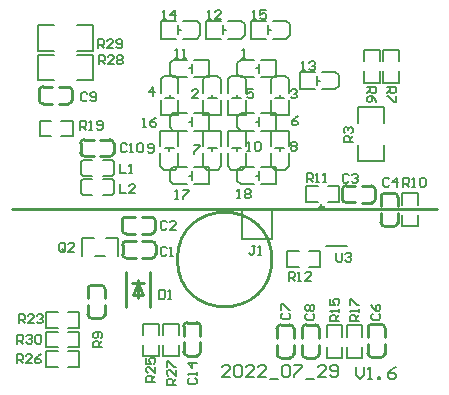
<source format=gto>
G04*
G04 #@! TF.GenerationSoftware,Altium Limited,Altium Designer,20.0.2 (26)*
G04*
G04 Layer_Color=65535*
%FSLAX25Y25*%
%MOIN*%
G70*
G01*
G75*
%ADD10C,0.01000*%
%ADD11C,0.01181*%
%ADD12C,0.00600*%
%ADD13C,0.00598*%
%ADD14C,0.00799*%
%ADD15C,0.00800*%
%ADD16C,0.00591*%
D10*
X86614Y42129D02*
G03*
X86614Y42129I-15748J0D01*
G01*
X37903Y56295D02*
G03*
X36683Y55076I0J-1220D01*
G01*
Y51926D02*
G03*
X37903Y50706I1220J-0D01*
G01*
X47689Y55053D02*
G03*
X46469Y56273I-1220J0D01*
G01*
Y50683D02*
G03*
X47689Y51903I0J1220D01*
G01*
X30895Y32297D02*
G03*
X29676Y33517I-1220J0D01*
G01*
X26526D02*
G03*
X25306Y32297I-0J-1220D01*
G01*
X29653Y22511D02*
G03*
X30872Y23731I0J1220D01*
G01*
X25283D02*
G03*
X26503Y22511I1220J0D01*
G01*
X38047Y48195D02*
G03*
X36827Y46976I0J-1220D01*
G01*
Y43826D02*
G03*
X38047Y42606I1220J-0D01*
G01*
X47833Y46953D02*
G03*
X46614Y48173I-1220J0D01*
G01*
Y42583D02*
G03*
X47833Y43803I0J1220D01*
G01*
X119853Y61105D02*
G03*
X121072Y62324I0J1220D01*
G01*
Y65474D02*
G03*
X119853Y66694I-1220J0D01*
G01*
X110066Y62347D02*
G03*
X111286Y61128I1220J-0D01*
G01*
Y66717D02*
G03*
X110066Y65497I0J-1220D01*
G01*
X128540Y62968D02*
G03*
X127321Y64188I-1220J0D01*
G01*
X124171D02*
G03*
X122951Y62968I-0J-1220D01*
G01*
X127297Y53182D02*
G03*
X128517Y54401I0J1220D01*
G01*
X122928D02*
G03*
X124148Y53182I1220J0D01*
G01*
X124217Y19337D02*
G03*
X122997Y20557I-1220J0D01*
G01*
X119847D02*
G03*
X118628Y19337I-0J-1220D01*
G01*
X122974Y9551D02*
G03*
X124194Y10771I0J1220D01*
G01*
X118605D02*
G03*
X119824Y9551I1220J0D01*
G01*
X88283Y10587D02*
G03*
X89503Y9367I1220J0D01*
G01*
X92653D02*
G03*
X93872Y10587I0J1220D01*
G01*
X89526Y20373D02*
G03*
X88306Y19153I-0J-1220D01*
G01*
X93895D02*
G03*
X92676Y20373I-1220J0D01*
G01*
X96733Y10587D02*
G03*
X97953Y9367I1220J0D01*
G01*
X101103D02*
G03*
X102323Y10587I0J1220D01*
G01*
X97976Y20373D02*
G03*
X96756Y19153I-0J-1220D01*
G01*
X102346D02*
G03*
X101126Y20373I-1220J0D01*
G01*
X18814Y94083D02*
G03*
X20033Y95303I0J1220D01*
G01*
Y98453D02*
G03*
X18814Y99673I-1220J0D01*
G01*
X9027Y95326D02*
G03*
X10247Y94106I1220J-0D01*
G01*
Y99695D02*
G03*
X9027Y98476I0J-1220D01*
G01*
X24068Y82117D02*
G03*
X22848Y80897I0J-1220D01*
G01*
Y77747D02*
G03*
X24068Y76528I1220J-0D01*
G01*
X33854Y80874D02*
G03*
X32634Y82094I-1220J0D01*
G01*
Y76505D02*
G03*
X33854Y77724I0J1220D01*
G01*
X57183Y11331D02*
G03*
X58403Y10111I1220J0D01*
G01*
X61553D02*
G03*
X62773Y11331I0J1220D01*
G01*
X58426Y21117D02*
G03*
X57206Y19897I-0J-1220D01*
G01*
X62795D02*
G03*
X61576Y21117I-1220J0D01*
G01*
X57Y59109D02*
X141789D01*
X43319Y56272D02*
X46469D01*
X47689Y51903D02*
Y55053D01*
X43319Y50683D02*
X46469D01*
X37903Y56295D02*
X41052D01*
X37903Y50706D02*
X41052D01*
X36683Y51926D02*
Y55076D01*
X42000Y29200D02*
Y35200D01*
X45937Y26294D02*
Y38105D01*
X38063Y26294D02*
Y38105D01*
X42000Y34200D02*
X43600Y30200D01*
X40400D02*
X43600D01*
X40400D02*
X42000Y34200D01*
X40000D02*
X44000D01*
X30872Y23731D02*
Y26881D01*
X26503Y22511D02*
X29653D01*
X25283Y23731D02*
Y26881D01*
X30895Y29148D02*
Y32297D01*
X25306Y29148D02*
Y32297D01*
X26526Y33517D02*
X29676D01*
X43464Y48172D02*
X46613D01*
X47833Y43803D02*
Y46953D01*
X43464Y42583D02*
X46613D01*
X38047Y48195D02*
X41197D01*
X38047Y42606D02*
X41197D01*
X36827Y43826D02*
Y46976D01*
X111286Y61128D02*
X114436D01*
X110067Y62347D02*
Y65497D01*
X111286Y66717D02*
X114436D01*
X116703Y61105D02*
X119853D01*
X116703Y66694D02*
X119853D01*
X121072Y62324D02*
Y65474D01*
X124148Y53182D02*
X127297D01*
X128517Y54401D02*
Y57551D01*
X122928Y54401D02*
Y57551D01*
X128540Y59818D02*
Y62968D01*
X124171Y64187D02*
X127321D01*
X122951Y59818D02*
Y62968D01*
X119824Y9551D02*
X122974D01*
X124194Y10770D02*
Y13920D01*
X118605Y10770D02*
Y13920D01*
X124217Y16187D02*
Y19337D01*
X119847Y20557D02*
X122997D01*
X118628Y16187D02*
Y19337D01*
X89526Y20373D02*
X92676D01*
X88306Y16004D02*
Y19153D01*
X93895Y16004D02*
Y19153D01*
X88283Y10587D02*
Y13736D01*
X89503Y9367D02*
X92653D01*
X93872Y10587D02*
Y13736D01*
X97976Y20373D02*
X101126D01*
X96756Y16004D02*
Y19153D01*
X102346Y16004D02*
Y19153D01*
X96733Y10587D02*
Y13736D01*
X97953Y9367D02*
X101103D01*
X102322Y10587D02*
Y13736D01*
X9027Y95326D02*
Y98476D01*
X10247Y94106D02*
X13397D01*
X10247Y99695D02*
X13397D01*
X15664Y94083D02*
X18813D01*
X20033Y95303D02*
Y98453D01*
X15664Y99672D02*
X18813D01*
X33854Y77724D02*
Y80874D01*
X29485Y82094D02*
X32634D01*
X29485Y76505D02*
X32634D01*
X24068Y82117D02*
X27217D01*
X22848Y77747D02*
Y80897D01*
X24068Y76528D02*
X27217D01*
X58426Y21117D02*
X61576D01*
X57206Y16748D02*
Y19897D01*
X62795Y16748D02*
Y19897D01*
X57183Y11331D02*
Y14481D01*
X58403Y10111D02*
X61553D01*
X62772Y11331D02*
Y14481D01*
D11*
X103778Y59368D02*
G03*
X103778Y59368I-591J0D01*
G01*
D12*
X115352Y74901D02*
Y80255D01*
Y74901D02*
X123848D01*
Y80255D01*
X115352Y87745D02*
Y93099D01*
X123848D01*
Y87745D02*
Y93099D01*
X104810Y58860D02*
X111812D01*
X104810Y46740D02*
X111812D01*
X8766Y110348D02*
X14120D01*
X8766Y101852D02*
Y110348D01*
Y101852D02*
X14120D01*
X21610Y110348D02*
X26964D01*
Y101852D02*
Y110348D01*
X21610Y101852D02*
X26964D01*
X22893Y74572D02*
X23493Y75172D01*
X22893Y70570D02*
Y74572D01*
Y70570D02*
X23493Y69970D01*
X33454D02*
X34054Y70570D01*
Y74572D01*
X33454Y75172D02*
X34054Y74572D01*
X27507Y43441D02*
X31093D01*
X23291Y49159D02*
X27353D01*
X23291Y43441D02*
Y49159D01*
X31247D02*
X35309D01*
Y43441D02*
Y49159D01*
X16388Y83240D02*
X20163D01*
Y88442D01*
X16388D02*
X20163D01*
X9257Y83240D02*
X13032D01*
X9257D02*
Y88442D01*
X13032D01*
X33454Y68837D02*
X34054Y68237D01*
Y64235D02*
Y68237D01*
X33454Y63636D02*
X34054Y64235D01*
X22893D02*
X23493Y63636D01*
X22893Y64235D02*
Y68237D01*
X23493Y68837D01*
X122601Y108178D02*
Y111953D01*
X117399D02*
X122601D01*
X117399Y108178D02*
Y111953D01*
X122601Y101047D02*
Y104822D01*
X117399Y101047D02*
X122601D01*
X117399D02*
Y104822D01*
X128901Y108178D02*
Y111953D01*
X123699D02*
X128901D01*
X123699Y108178D02*
Y111953D01*
X128901Y101047D02*
Y104822D01*
X123699Y101047D02*
X128901D01*
X123699D02*
Y104822D01*
X130099Y53247D02*
Y57022D01*
Y53247D02*
X135301D01*
Y57022D01*
X130099Y60378D02*
Y64153D01*
X135301D01*
Y60378D02*
Y64153D01*
X98147Y66601D02*
X101922D01*
X98147Y61399D02*
Y66601D01*
Y61399D02*
X101922D01*
X105278Y66601D02*
X109053D01*
Y61399D02*
Y66601D01*
X105278Y61399D02*
X109053D01*
X98936Y39668D02*
X102711D01*
Y44870D01*
X98936D02*
X102711D01*
X91805Y39668D02*
X95580D01*
X91805D02*
Y44870D01*
X95580D01*
X104899Y9316D02*
Y13091D01*
Y9316D02*
X110101D01*
Y13091D01*
X104899Y16447D02*
Y20222D01*
X110101D01*
Y16447D02*
Y20222D01*
X116801Y16457D02*
Y20232D01*
X111599D02*
X116801D01*
X111599Y16457D02*
Y20232D01*
X116801Y9326D02*
Y13101D01*
X111599Y9326D02*
X116801D01*
X111599D02*
Y13101D01*
X11447Y24601D02*
X15222D01*
X11447Y19399D02*
Y24601D01*
Y19399D02*
X15222D01*
X18578Y24601D02*
X22353D01*
Y19399D02*
Y24601D01*
X18578Y19399D02*
X22353D01*
X43699Y9811D02*
Y13586D01*
Y9811D02*
X48901D01*
Y13586D01*
X43699Y16942D02*
Y20717D01*
X48901D01*
Y16942D02*
Y20717D01*
X11447Y11601D02*
X15222D01*
X11447Y6399D02*
Y11601D01*
Y6399D02*
X15222D01*
X18578Y11601D02*
X22353D01*
Y6399D02*
Y11601D01*
X18578Y6399D02*
X22353D01*
X55601Y16942D02*
Y20717D01*
X50399D02*
X55601D01*
X50399Y16942D02*
Y20717D01*
X55601Y9811D02*
Y13586D01*
X50399Y9811D02*
X55601D01*
X50399D02*
Y13586D01*
X8766Y120248D02*
X14120D01*
X8766Y111752D02*
Y120248D01*
Y111752D02*
X14120D01*
X21610Y120248D02*
X26964D01*
Y111752D02*
Y120248D01*
X21610Y111752D02*
X26964D01*
X11447Y18101D02*
X15222D01*
X11447Y12899D02*
Y18101D01*
Y12899D02*
X15222D01*
X18578Y18101D02*
X22353D01*
Y12899D02*
Y18101D01*
X18578Y12899D02*
X22353D01*
X76791Y109353D02*
X77791D01*
X77291D01*
Y112352D01*
X76791Y111852D01*
X62099Y95900D02*
X60100D01*
X62099Y97899D01*
Y98399D01*
X61599Y98899D01*
X60600D01*
X60100Y98399D01*
X92853Y98418D02*
X93353Y98918D01*
X94352D01*
X94852Y98418D01*
Y97918D01*
X94352Y97419D01*
X93853D01*
X94352D01*
X94852Y96919D01*
Y96419D01*
X94352Y95919D01*
X93353D01*
X92853Y96419D01*
X46999Y96500D02*
Y99499D01*
X45500Y98000D01*
X47499D01*
X80452Y98918D02*
X78453D01*
Y97419D01*
X79453Y97918D01*
X79952D01*
X80452Y97419D01*
Y96419D01*
X79952Y95919D01*
X78953D01*
X78453Y96419D01*
X95299Y89899D02*
X94300Y89399D01*
X93300Y88399D01*
Y87400D01*
X93800Y86900D01*
X94800D01*
X95299Y87400D01*
Y87900D01*
X94800Y88399D01*
X93300D01*
X60700Y80399D02*
X62699D01*
Y79899D01*
X60700Y77900D01*
Y77400D01*
X92853Y80818D02*
X93353Y81318D01*
X94353D01*
X94852Y80818D01*
Y80318D01*
X94353Y79818D01*
X94852Y79318D01*
Y78818D01*
X94353Y78319D01*
X93353D01*
X92853Y78818D01*
Y79318D01*
X93353Y79818D01*
X92853Y80318D01*
Y80818D01*
X93353Y79818D02*
X94353D01*
X80248Y122253D02*
X81248D01*
X80748D01*
Y125252D01*
X80248Y124752D01*
X84747Y125252D02*
X82748D01*
Y123752D01*
X83747Y124252D01*
X84247D01*
X84747Y123752D01*
Y122753D01*
X84247Y122253D01*
X83248D01*
X82748Y122753D01*
X43500Y86400D02*
X44500D01*
X44000D01*
Y89399D01*
X43500Y88899D01*
X47998Y89399D02*
X46999Y88899D01*
X45999Y87900D01*
Y86900D01*
X46499Y86400D01*
X47499D01*
X47998Y86900D01*
Y87400D01*
X47499Y87900D01*
X45999D01*
X54391Y109353D02*
X55391D01*
X54891D01*
Y112352D01*
X54391Y111852D01*
X56890Y109353D02*
X57890D01*
X57390D01*
Y112352D01*
X56890Y111852D01*
X65273Y122253D02*
X66273D01*
X65773D01*
Y125252D01*
X65273Y124752D01*
X69772Y122253D02*
X67772D01*
X69772Y124252D01*
Y124752D01*
X69272Y125252D01*
X68272D01*
X67772Y124752D01*
X96598Y105274D02*
X97597D01*
X97097D01*
Y108273D01*
X96598Y107773D01*
X99097D02*
X99597Y108273D01*
X100596D01*
X101096Y107773D01*
Y107273D01*
X100596Y106774D01*
X100097D01*
X100596D01*
X101096Y106274D01*
Y105774D01*
X100596Y105274D01*
X99597D01*
X99097Y105774D01*
X50298Y122174D02*
X51297D01*
X50797D01*
Y125173D01*
X50298Y124673D01*
X54296Y122174D02*
Y125173D01*
X52797Y123674D01*
X54796D01*
X75000Y62500D02*
X76000D01*
X75500D01*
Y65499D01*
X75000Y64999D01*
X77499D02*
X77999Y65499D01*
X78999D01*
X79498Y64999D01*
Y64499D01*
X78999Y63999D01*
X79498Y63500D01*
Y63000D01*
X78999Y62500D01*
X77999D01*
X77499Y63000D01*
Y63500D01*
X77999Y63999D01*
X77499Y64499D01*
Y64999D01*
X77999Y63999D02*
X78999D01*
X54400Y62400D02*
X55400D01*
X54900D01*
Y65399D01*
X54400Y64899D01*
X56899Y65399D02*
X58899D01*
Y64899D01*
X56899Y62900D01*
Y62400D01*
X78453Y78319D02*
X79453D01*
X78953D01*
Y81318D01*
X78453Y80818D01*
X80952D02*
X81452Y81318D01*
X82452D01*
X82951Y80818D01*
Y78818D01*
X82452Y78319D01*
X81452D01*
X80952Y78818D01*
Y80818D01*
X45200Y78200D02*
X45700Y77700D01*
X46700D01*
X47199Y78200D01*
Y80199D01*
X46700Y80699D01*
X45700D01*
X45200Y80199D01*
Y79699D01*
X45700Y79199D01*
X47199D01*
X51600Y54500D02*
X51100Y55000D01*
X50101D01*
X49601Y54500D01*
Y52500D01*
X50101Y52000D01*
X51100D01*
X51600Y52500D01*
X54599Y52000D02*
X52600D01*
X54599Y54000D01*
Y54500D01*
X54099Y55000D01*
X53100D01*
X52600Y54500D01*
X22700Y85300D02*
Y88299D01*
X24200D01*
X24699Y87799D01*
Y86800D01*
X24200Y86300D01*
X22700D01*
X23700D02*
X24699Y85300D01*
X25699D02*
X26699D01*
X26199D01*
Y88299D01*
X25699Y87799D01*
X28198Y85800D02*
X28698Y85300D01*
X29698D01*
X30198Y85800D01*
Y87799D01*
X29698Y88299D01*
X28698D01*
X28198Y87799D01*
Y87299D01*
X28698Y86800D01*
X30198D01*
X113499Y81201D02*
X110501D01*
Y82700D01*
X111000Y83200D01*
X112000D01*
X112500Y82700D01*
Y81201D01*
Y82200D02*
X113499Y83200D01*
X111000Y84200D02*
X110501Y84700D01*
Y85699D01*
X111000Y86199D01*
X111500D01*
X112000Y85699D01*
Y85199D01*
Y85699D01*
X112500Y86199D01*
X113000D01*
X113499Y85699D01*
Y84700D01*
X113000Y84200D01*
X30000Y12801D02*
X27000D01*
Y14300D01*
X27500Y14800D01*
X28500D01*
X29000Y14300D01*
Y12801D01*
Y13801D02*
X30000Y14800D01*
X29500Y15800D02*
X30000Y16300D01*
Y17299D01*
X29500Y17799D01*
X27500D01*
X27000Y17299D01*
Y16300D01*
X27500Y15800D01*
X28000D01*
X28500Y16300D01*
Y17799D01*
X17800Y45200D02*
Y47200D01*
X17300Y47699D01*
X16301D01*
X15801Y47200D01*
Y45200D01*
X16301Y44701D01*
X17300D01*
X16801Y45700D02*
X17800Y44701D01*
X17300D02*
X17800Y45200D01*
X20799Y44701D02*
X18800D01*
X20799Y46700D01*
Y47200D01*
X20299Y47699D01*
X19300D01*
X18800Y47200D01*
X49001Y32100D02*
Y29100D01*
X50500D01*
X51000Y29600D01*
Y31600D01*
X50500Y32100D01*
X49001D01*
X52000Y29100D02*
X52999D01*
X52500D01*
Y32100D01*
X52000Y31600D01*
X51600Y45900D02*
X51100Y46400D01*
X50100D01*
X49601Y45900D01*
Y43900D01*
X50100Y43400D01*
X51100D01*
X51600Y43900D01*
X52600Y43400D02*
X53599D01*
X53100D01*
Y46400D01*
X52600Y45900D01*
X112299Y70199D02*
X111800Y70699D01*
X110800D01*
X110300Y70199D01*
Y68200D01*
X110800Y67700D01*
X111800D01*
X112299Y68200D01*
X113299Y70199D02*
X113799Y70699D01*
X114799D01*
X115298Y70199D01*
Y69699D01*
X114799Y69200D01*
X114299D01*
X114799D01*
X115298Y68700D01*
Y68200D01*
X114799Y67700D01*
X113799D01*
X113299Y68200D01*
X125699Y68799D02*
X125199Y69299D01*
X124200D01*
X123700Y68799D01*
Y66800D01*
X124200Y66300D01*
X125199D01*
X125699Y66800D01*
X128199Y66300D02*
Y69299D01*
X126699Y67800D01*
X128698D01*
X120301Y24099D02*
X119801Y23599D01*
Y22600D01*
X120301Y22100D01*
X122300D01*
X122800Y22600D01*
Y23599D01*
X122300Y24099D01*
X119801Y27098D02*
X120301Y26099D01*
X121300Y25099D01*
X122300D01*
X122800Y25599D01*
Y26599D01*
X122300Y27098D01*
X121800D01*
X121300Y26599D01*
Y25099D01*
X90201Y24199D02*
X89701Y23699D01*
Y22700D01*
X90201Y22200D01*
X92200D01*
X92700Y22700D01*
Y23699D01*
X92200Y24199D01*
X89701Y25199D02*
Y27198D01*
X90201D01*
X92200Y25199D01*
X92700D01*
X98301Y23999D02*
X97801Y23499D01*
Y22500D01*
X98301Y22000D01*
X100300D01*
X100800Y22500D01*
Y23499D01*
X100300Y23999D01*
X98301Y24999D02*
X97801Y25499D01*
Y26499D01*
X98301Y26998D01*
X98801D01*
X99300Y26499D01*
X99800Y26998D01*
X100300D01*
X100800Y26499D01*
Y25499D01*
X100300Y24999D01*
X99800D01*
X99300Y25499D01*
X98801Y24999D01*
X98301D01*
X99300Y25499D02*
Y26499D01*
X25099Y97299D02*
X24600Y97799D01*
X23600D01*
X23100Y97299D01*
Y95300D01*
X23600Y94800D01*
X24600D01*
X25099Y95300D01*
X26099D02*
X26599Y94800D01*
X27599D01*
X28098Y95300D01*
Y97299D01*
X27599Y97799D01*
X26599D01*
X26099Y97299D01*
Y96799D01*
X26599Y96299D01*
X28098D01*
X38181Y80299D02*
X37681Y80799D01*
X36681D01*
X36182Y80299D01*
Y78300D01*
X36681Y77800D01*
X37681D01*
X38181Y78300D01*
X39181Y77800D02*
X40180D01*
X39680D01*
Y80799D01*
X39181Y80299D01*
X41680D02*
X42180Y80799D01*
X43179D01*
X43679Y80299D01*
Y78300D01*
X43179Y77800D01*
X42180D01*
X41680Y78300D01*
Y80299D01*
X59001Y2499D02*
X58501Y2000D01*
Y1000D01*
X59001Y500D01*
X61000D01*
X61500Y1000D01*
Y2000D01*
X61000Y2499D01*
X61500Y3499D02*
Y4499D01*
Y3999D01*
X58501D01*
X59001Y3499D01*
X61500Y7498D02*
X58501D01*
X60000Y5998D01*
Y7998D01*
X81099Y46699D02*
X80100D01*
X80599D01*
Y44200D01*
X80100Y43700D01*
X79600D01*
X79100Y44200D01*
X82099Y43700D02*
X83099D01*
X82599D01*
Y46699D01*
X82099Y46199D01*
X36000Y73934D02*
Y70934D01*
X38000D01*
X38999D02*
X39999D01*
X39499D01*
Y73934D01*
X38999Y73434D01*
X36000Y67202D02*
Y64203D01*
X38000D01*
X40999D02*
X38999D01*
X40999Y66202D01*
Y66702D01*
X40499Y67202D01*
X39499D01*
X38999Y66702D01*
X118400Y99600D02*
X121399D01*
Y98101D01*
X120899Y97601D01*
X119899D01*
X119400Y98101D01*
Y99600D01*
Y98600D02*
X118400Y97601D01*
X121399Y94602D02*
X120899Y95601D01*
X119899Y96601D01*
X118900D01*
X118400Y96101D01*
Y95101D01*
X118900Y94602D01*
X119400D01*
X119899Y95101D01*
Y96601D01*
X124900Y99600D02*
X127899D01*
Y98101D01*
X127399Y97601D01*
X126400D01*
X125900Y98101D01*
Y99600D01*
Y98600D02*
X124900Y97601D01*
X127899Y96601D02*
Y94602D01*
X127399D01*
X125400Y96601D01*
X124900D01*
X130400Y66400D02*
Y69399D01*
X131899D01*
X132399Y68899D01*
Y67900D01*
X131899Y67400D01*
X130400D01*
X131400D02*
X132399Y66400D01*
X133399D02*
X134399D01*
X133899D01*
Y69399D01*
X133399Y68899D01*
X135898D02*
X136398Y69399D01*
X137398D01*
X137898Y68899D01*
Y66900D01*
X137398Y66400D01*
X136398D01*
X135898Y66900D01*
Y68899D01*
X98200Y67800D02*
Y70799D01*
X99699D01*
X100199Y70299D01*
Y69300D01*
X99699Y68800D01*
X98200D01*
X99200D02*
X100199Y67800D01*
X101199D02*
X102199D01*
X101699D01*
Y70799D01*
X101199Y70299D01*
X103698Y67800D02*
X104698D01*
X104198D01*
Y70799D01*
X103698Y70299D01*
X92200Y35100D02*
Y38099D01*
X93700D01*
X94199Y37599D01*
Y36599D01*
X93700Y36100D01*
X92200D01*
X93200D02*
X94199Y35100D01*
X95199D02*
X96199D01*
X95699D01*
Y38099D01*
X95199Y37599D01*
X99698Y35100D02*
X97698D01*
X99698Y37099D01*
Y37599D01*
X99198Y38099D01*
X98198D01*
X97698Y37599D01*
X109100Y21500D02*
X106101D01*
Y22999D01*
X106601Y23499D01*
X107600D01*
X108100Y22999D01*
Y21500D01*
Y22500D02*
X109100Y23499D01*
Y24499D02*
Y25499D01*
Y24999D01*
X106101D01*
X106601Y24499D01*
X106101Y28998D02*
Y26998D01*
X107600D01*
X107101Y27998D01*
Y28498D01*
X107600Y28998D01*
X108600D01*
X109100Y28498D01*
Y27498D01*
X108600Y26998D01*
X115600Y21600D02*
X112601D01*
Y23099D01*
X113101Y23599D01*
X114101D01*
X114600Y23099D01*
Y21600D01*
Y22600D02*
X115600Y23599D01*
Y24599D02*
Y25599D01*
Y25099D01*
X112601D01*
X113101Y24599D01*
X112601Y27098D02*
Y29098D01*
X113101D01*
X115100Y27098D01*
X115600D01*
X2300Y20800D02*
Y23799D01*
X3799D01*
X4299Y23299D01*
Y22299D01*
X3799Y21800D01*
X2300D01*
X3300D02*
X4299Y20800D01*
X7298D02*
X5299D01*
X7298Y22799D01*
Y23299D01*
X6799Y23799D01*
X5799D01*
X5299Y23299D01*
X8298D02*
X8798Y23799D01*
X9798D01*
X10297Y23299D01*
Y22799D01*
X9798Y22299D01*
X9298D01*
X9798D01*
X10297Y21800D01*
Y21300D01*
X9798Y20800D01*
X8798D01*
X8298Y21300D01*
X47700Y1300D02*
X44701D01*
Y2799D01*
X45201Y3299D01*
X46200D01*
X46700Y2799D01*
Y1300D01*
Y2300D02*
X47700Y3299D01*
Y6298D02*
Y4299D01*
X45701Y6298D01*
X45201D01*
X44701Y5799D01*
Y4799D01*
X45201Y4299D01*
X44701Y9297D02*
Y7298D01*
X46200D01*
X45701Y8298D01*
Y8798D01*
X46200Y9297D01*
X47200D01*
X47700Y8798D01*
Y7798D01*
X47200Y7298D01*
X1600Y7500D02*
Y10499D01*
X3100D01*
X3599Y9999D01*
Y8999D01*
X3100Y8500D01*
X1600D01*
X2600D02*
X3599Y7500D01*
X6598D02*
X4599D01*
X6598Y9499D01*
Y9999D01*
X6099Y10499D01*
X5099D01*
X4599Y9999D01*
X9597Y10499D02*
X8598Y9999D01*
X7598Y8999D01*
Y8000D01*
X8098Y7500D01*
X9098D01*
X9597Y8000D01*
Y8500D01*
X9098Y8999D01*
X7598D01*
X54500Y400D02*
X51501D01*
Y1900D01*
X52001Y2399D01*
X53000D01*
X53500Y1900D01*
Y400D01*
Y1400D02*
X54500Y2399D01*
Y5398D02*
Y3399D01*
X52501Y5398D01*
X52001D01*
X51501Y4899D01*
Y3899D01*
X52001Y3399D01*
X51501Y6398D02*
Y8397D01*
X52001D01*
X54000Y6398D01*
X54500D01*
X28900Y107200D02*
Y110199D01*
X30400D01*
X30899Y109699D01*
Y108700D01*
X30400Y108200D01*
X28900D01*
X29900D02*
X30899Y107200D01*
X33898D02*
X31899D01*
X33898Y109199D01*
Y109699D01*
X33399Y110199D01*
X32399D01*
X31899Y109699D01*
X34898D02*
X35398Y110199D01*
X36398D01*
X36897Y109699D01*
Y109199D01*
X36398Y108700D01*
X36897Y108200D01*
Y107700D01*
X36398Y107200D01*
X35398D01*
X34898Y107700D01*
Y108200D01*
X35398Y108700D01*
X34898Y109199D01*
Y109699D01*
X35398Y108700D02*
X36398D01*
X28700Y112500D02*
Y115499D01*
X30200D01*
X30699Y114999D01*
Y113999D01*
X30200Y113500D01*
X28700D01*
X29700D02*
X30699Y112500D01*
X33698D02*
X31699D01*
X33698Y114499D01*
Y114999D01*
X33199Y115499D01*
X32199D01*
X31699Y114999D01*
X34698Y113000D02*
X35198Y112500D01*
X36198D01*
X36697Y113000D01*
Y114999D01*
X36198Y115499D01*
X35198D01*
X34698Y114999D01*
Y114499D01*
X35198Y113999D01*
X36697D01*
X1800Y14100D02*
Y17099D01*
X3300D01*
X3799Y16599D01*
Y15599D01*
X3300Y15100D01*
X1800D01*
X2800D02*
X3799Y14100D01*
X4799Y16599D02*
X5299Y17099D01*
X6299D01*
X6798Y16599D01*
Y16099D01*
X6299Y15599D01*
X5799D01*
X6299D01*
X6798Y15100D01*
Y14600D01*
X6299Y14100D01*
X5299D01*
X4799Y14600D01*
X7798Y16599D02*
X8298Y17099D01*
X9298D01*
X9797Y16599D01*
Y14600D01*
X9298Y14100D01*
X8298D01*
X7798Y14600D01*
Y16599D01*
X108000Y44299D02*
Y41800D01*
X108500Y41300D01*
X109500D01*
X109999Y41800D01*
Y44299D01*
X110999Y43799D02*
X111499Y44299D01*
X112499D01*
X112998Y43799D01*
Y43299D01*
X112499Y42799D01*
X111999D01*
X112499D01*
X112998Y42300D01*
Y41800D01*
X112499Y41300D01*
X111499D01*
X110999Y41800D01*
D13*
X23493Y75172D02*
X26493D01*
X30454D02*
X33454D01*
X30454Y69970D02*
X33454D01*
X23493D02*
X26493D01*
X23493Y63636D02*
X26493D01*
X30454D02*
X33454D01*
X30454Y68837D02*
X33454D01*
X23493D02*
X26493D01*
D14*
X86700Y48800D02*
Y51300D01*
D15*
Y58800D01*
X76700D02*
X86700D01*
X76700Y48800D02*
Y58800D01*
Y48800D02*
X86700D01*
X114500Y6399D02*
Y3733D01*
X115833Y2400D01*
X117166Y3733D01*
Y6399D01*
X118499Y2400D02*
X119832D01*
X119165D01*
Y6399D01*
X118499Y5732D01*
X121831Y2400D02*
Y3067D01*
X122497D01*
Y2400D01*
X121831D01*
X127829Y6399D02*
X126496Y5732D01*
X125163Y4399D01*
Y3067D01*
X125830Y2400D01*
X127163D01*
X127829Y3067D01*
Y3733D01*
X127163Y4399D01*
X125163D01*
X72766Y2800D02*
X70100D01*
X72766Y5466D01*
Y6132D01*
X72099Y6799D01*
X70766D01*
X70100Y6132D01*
X74099D02*
X74765Y6799D01*
X76098D01*
X76765Y6132D01*
Y3466D01*
X76098Y2800D01*
X74765D01*
X74099Y3466D01*
Y6132D01*
X80763Y2800D02*
X78097D01*
X80763Y5466D01*
Y6132D01*
X80097Y6799D01*
X78764D01*
X78097Y6132D01*
X84762Y2800D02*
X82096D01*
X84762Y5466D01*
Y6132D01*
X84096Y6799D01*
X82763D01*
X82096Y6132D01*
X86095Y2134D02*
X88761D01*
X90094Y6132D02*
X90760Y6799D01*
X92093D01*
X92759Y6132D01*
Y3466D01*
X92093Y2800D01*
X90760D01*
X90094Y3466D01*
Y6132D01*
X94092Y6799D02*
X96758D01*
Y6132D01*
X94092Y3466D01*
Y2800D01*
X98091Y2134D02*
X100757D01*
X104755Y2800D02*
X102090D01*
X104755Y5466D01*
Y6132D01*
X104089Y6799D01*
X102756D01*
X102090Y6132D01*
X106088Y3466D02*
X106755Y2800D01*
X108088D01*
X108754Y3466D01*
Y6132D01*
X108088Y6799D01*
X106755D01*
X106088Y6132D01*
Y5466D01*
X106755Y4799D01*
X108754D01*
D16*
X83081Y90953D02*
X88002D01*
X83081Y85047D02*
X88002D01*
X76191Y90953D02*
X80719D01*
X76191Y85047D02*
X80719D01*
X88002Y85126D02*
Y90952D01*
X75010Y86622D02*
Y89378D01*
Y89772D02*
X76191Y90953D01*
X75010Y89378D02*
Y89772D01*
Y86228D02*
X76191Y85047D01*
X75010Y86228D02*
Y86622D01*
X81400Y88025D02*
X82400D01*
Y86500D02*
Y89500D01*
X83081Y108753D02*
X88002D01*
X83081Y102847D02*
X88002D01*
X76191Y108753D02*
X80719D01*
X76191Y102847D02*
X80719D01*
X88002Y102926D02*
Y108752D01*
X75010Y104422D02*
Y107178D01*
Y107572D02*
X76191Y108753D01*
X75010Y107178D02*
Y107572D01*
Y104028D02*
X76191Y102847D01*
X75010Y104028D02*
Y104422D01*
X81400Y105825D02*
X82400D01*
Y104300D02*
Y107300D01*
X69653Y90398D02*
Y95319D01*
X63747Y90398D02*
Y95319D01*
X69653Y97681D02*
Y102209D01*
X63747Y97681D02*
Y102209D01*
X63826Y90398D02*
X69652D01*
X65322Y103390D02*
X68078D01*
X68472D02*
X69653Y102209D01*
X68078Y103390D02*
X68472D01*
X63747Y102209D02*
X64928Y103390D01*
X65322D01*
X66725Y96000D02*
Y97000D01*
X65200Y96000D02*
X68200D01*
X92253Y90398D02*
Y95319D01*
X86347Y90398D02*
Y95319D01*
X92253Y97681D02*
Y102209D01*
X86347Y97681D02*
Y102209D01*
X86426Y90398D02*
X92252D01*
X87922Y103390D02*
X90678D01*
X91072D02*
X92253Y102209D01*
X90678Y103390D02*
X91072D01*
X86347Y102209D02*
X87528Y103390D01*
X87922D01*
X89325Y96000D02*
Y97000D01*
X87800Y96000D02*
X90800D01*
X55453Y90398D02*
Y95319D01*
X49547Y90398D02*
Y95319D01*
X55453Y97681D02*
Y102209D01*
X49547Y97681D02*
Y102209D01*
X49626Y90398D02*
X55452D01*
X51122Y103390D02*
X53878D01*
X54272D02*
X55453Y102209D01*
X53878Y103390D02*
X54272D01*
X49547Y102209D02*
X50728Y103390D01*
X51122D01*
X52525Y96000D02*
Y97000D01*
X51000Y96000D02*
X54000D01*
X77853Y90398D02*
Y95319D01*
X71947Y90398D02*
Y95319D01*
X77853Y97681D02*
Y102209D01*
X71947Y97681D02*
Y102209D01*
X72026Y90398D02*
X77852D01*
X73522Y103390D02*
X76278D01*
X76672D02*
X77853Y102209D01*
X76278Y103390D02*
X76672D01*
X71947Y102209D02*
X73128Y103390D01*
X73522D01*
X74925Y96000D02*
Y97000D01*
X73400Y96000D02*
X76400D01*
X60681Y108753D02*
X65602D01*
X60681Y102847D02*
X65602D01*
X53791Y108753D02*
X58319D01*
X53791Y102847D02*
X58319D01*
X65602Y102926D02*
Y108752D01*
X52610Y104422D02*
Y107178D01*
Y107572D02*
X53791Y108753D01*
X52610Y107178D02*
Y107572D01*
Y104028D02*
X53791Y102847D01*
X52610Y104028D02*
Y104422D01*
X59000Y105825D02*
X60000D01*
Y104300D02*
Y107300D01*
X63800Y80081D02*
Y85002D01*
X69706Y80081D02*
Y85002D01*
X63800Y73191D02*
Y77719D01*
X69706Y73191D02*
Y77719D01*
X63801Y85002D02*
X69627D01*
X65375Y72010D02*
X68131D01*
X63800Y73191D02*
X64981Y72010D01*
X65375D01*
X68525D02*
X69706Y73191D01*
X68131Y72010D02*
X68525D01*
X66728Y78400D02*
Y79400D01*
X65253D02*
X68253D01*
X95998Y98847D02*
X100919D01*
X95998Y104753D02*
X100919D01*
X103281Y98847D02*
X107809D01*
X103281Y104753D02*
X107809D01*
X95998Y98848D02*
Y104674D01*
X108990Y100422D02*
Y103178D01*
X107809Y98847D02*
X108990Y100028D01*
Y100422D01*
X107809Y104753D02*
X108990Y103572D01*
Y103178D02*
Y103572D01*
X101600Y101775D02*
X102600D01*
X101600Y100300D02*
Y103300D01*
X86347Y80081D02*
Y85002D01*
X92253Y80081D02*
Y85002D01*
X86347Y73191D02*
Y77719D01*
X92253Y73191D02*
Y77719D01*
X86348Y85002D02*
X92174D01*
X87922Y72010D02*
X90678D01*
X86347Y73191D02*
X87528Y72010D01*
X87922D01*
X91072D02*
X92253Y73191D01*
X90678Y72010D02*
X91072D01*
X89275Y78400D02*
Y79400D01*
X87800D02*
X90800D01*
X49447Y80081D02*
Y85002D01*
X55353Y80081D02*
Y85002D01*
X49447Y73191D02*
Y77719D01*
X55353Y73191D02*
Y77719D01*
X49448Y85002D02*
X55274D01*
X51022Y72010D02*
X53778D01*
X49447Y73191D02*
X50628Y72010D01*
X51022D01*
X54172D02*
X55353Y73191D01*
X53778Y72010D02*
X54172D01*
X52375Y78400D02*
Y79400D01*
X50900D02*
X53900D01*
X71947Y80081D02*
Y85002D01*
X77853Y80081D02*
Y85002D01*
X71947Y73191D02*
Y77719D01*
X77853Y73191D02*
Y77719D01*
X71948Y85002D02*
X77774D01*
X73522Y72010D02*
X76278D01*
X71947Y73191D02*
X73128Y72010D01*
X73522D01*
X76672D02*
X77853Y73191D01*
X76278Y72010D02*
X76672D01*
X74875Y78400D02*
Y79400D01*
X73400D02*
X76400D01*
X60681Y73053D02*
X65602D01*
X60681Y67147D02*
X65602D01*
X53791Y73053D02*
X58319D01*
X53791Y67147D02*
X58319D01*
X65602Y67226D02*
Y73053D01*
X52610Y68722D02*
Y71478D01*
Y71872D02*
X53791Y73053D01*
X52610Y71478D02*
Y71872D01*
Y68328D02*
X53791Y67147D01*
X52610Y68328D02*
Y68722D01*
X59000Y70125D02*
X60000D01*
Y68600D02*
Y71600D01*
X60681Y90953D02*
X65602D01*
X60681Y85047D02*
X65602D01*
X53791Y90953D02*
X58319D01*
X53791Y85047D02*
X58319D01*
X65602Y85126D02*
Y90952D01*
X52610Y86622D02*
Y89378D01*
Y89772D02*
X53791Y90953D01*
X52610Y89378D02*
Y89772D01*
Y86228D02*
X53791Y85047D01*
X52610Y86228D02*
Y86622D01*
X59000Y88025D02*
X60000D01*
Y86500D02*
Y89500D01*
X83081Y73053D02*
X88002D01*
X83081Y67147D02*
X88002D01*
X76191Y73053D02*
X80719D01*
X76191Y67147D02*
X80719D01*
X88002Y67226D02*
Y73053D01*
X75010Y68722D02*
Y71478D01*
Y71872D02*
X76191Y73053D01*
X75010Y71478D02*
Y71872D01*
Y68328D02*
X76191Y67147D01*
X75010Y68328D02*
Y68722D01*
X81400Y70125D02*
X82400D01*
Y68600D02*
Y71600D01*
X49698Y115747D02*
X54619D01*
X49698Y121653D02*
X54619D01*
X56981Y115747D02*
X61509D01*
X56981Y121653D02*
X61509D01*
X49698Y115748D02*
Y121574D01*
X62690Y117322D02*
Y120078D01*
X61509Y115747D02*
X62690Y116928D01*
Y117322D01*
X61509Y121653D02*
X62690Y120472D01*
Y120078D02*
Y120472D01*
X55300Y118675D02*
X56300D01*
X55300Y117200D02*
Y120200D01*
X64673Y115747D02*
X69595D01*
X64673Y121653D02*
X69595D01*
X71957Y115747D02*
X76484D01*
X71957Y121653D02*
X76484D01*
X64673Y115748D02*
Y121574D01*
X77665Y117322D02*
Y120078D01*
X76484Y115747D02*
X77665Y116928D01*
Y117322D01*
X76484Y121653D02*
X77665Y120472D01*
Y120078D02*
Y120472D01*
X70275Y118675D02*
X71275D01*
X70275Y117200D02*
Y120200D01*
X79649Y115747D02*
X84570D01*
X79649Y121653D02*
X84570D01*
X86932Y115747D02*
X91460D01*
X86932Y121653D02*
X91460D01*
X79649Y115748D02*
Y121574D01*
X92641Y117322D02*
Y120078D01*
X91460Y115747D02*
X92641Y116928D01*
Y117322D01*
X91460Y121653D02*
X92641Y120472D01*
Y120078D02*
Y120472D01*
X85251Y118675D02*
X86251D01*
X85251Y117200D02*
Y120200D01*
M02*

</source>
